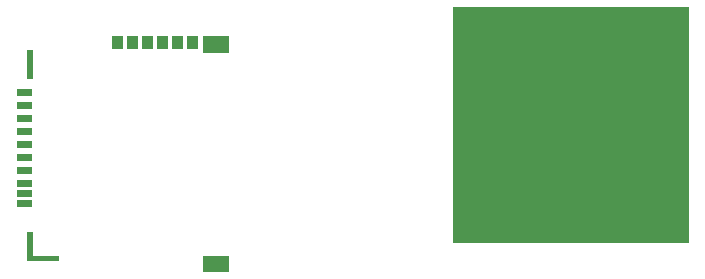
<source format=gbr>
G04 start of page 2 for group 0 idx 0 *
G04 Title: (unknown), component *
G04 Creator: pcb 20110918 *
G04 CreationDate: Fri Oct 19 22:00:06 2012 UTC *
G04 For: fosse *
G04 Format: Gerber/RS-274X *
G04 PCB-Dimensions: 600000 500000 *
G04 PCB-Coordinate-Origin: lower left *
%MOIN*%
%FSLAX25Y25*%
%LNTOP*%
%ADD11C,0.0001*%
G54D11*G36*
X140551Y363800D02*Y368091D01*
X144095D01*
Y363800D01*
X140551D01*
G37*
G36*
X145551D02*Y368091D01*
X149095D01*
Y363800D01*
X145551D01*
G37*
G36*
X150551D02*Y368091D01*
X154095D01*
Y363800D01*
X150551D01*
G37*
G36*
X113779Y337481D02*Y335119D01*
X108661D01*
Y337481D01*
X113779D01*
G37*
G36*
Y341812D02*Y339449D01*
X108661D01*
Y341812D01*
X113779D01*
G37*
G36*
Y346142D02*Y343780D01*
X108661D01*
Y346142D01*
X113779D01*
G37*
G36*
Y350473D02*Y348111D01*
X108661D01*
Y350473D01*
X113779D01*
G37*
G36*
X114173Y353740D02*X112204D01*
Y363583D01*
X114173D01*
Y353740D01*
G37*
G36*
X155551Y363800D02*Y368091D01*
X159095D01*
Y363800D01*
X155551D01*
G37*
G36*
X160551D02*Y368091D01*
X164095D01*
Y363800D01*
X160551D01*
G37*
G36*
X165551D02*Y368091D01*
X169095D01*
Y363800D01*
X165551D01*
G37*
G36*
X170689Y365578D02*Y368111D01*
X179351D01*
Y362599D01*
X170689D01*
Y365578D01*
G37*
G36*
X253937Y377953D02*X332677D01*
Y299213D01*
X253937D01*
Y377953D01*
G37*
G36*
X113779Y313465D02*Y311103D01*
X108661D01*
Y313465D01*
X113779D01*
G37*
G36*
X112204Y302756D02*X114173D01*
Y294882D01*
X122638D01*
Y293110D01*
X112204D01*
Y302756D01*
G37*
G36*
X113779Y316812D02*Y314449D01*
X108661D01*
Y316812D01*
X113779D01*
G37*
G36*
Y320158D02*Y317796D01*
X108661D01*
Y320158D01*
X113779D01*
G37*
G36*
Y324489D02*Y322127D01*
X108661D01*
Y324489D01*
X113779D01*
G37*
G36*
Y328819D02*Y326457D01*
X108661D01*
Y328819D01*
X113779D01*
G37*
G36*
Y333150D02*Y330788D01*
X108661D01*
Y333150D01*
X113779D01*
G37*
G36*
X179351Y291968D02*Y289371D01*
X170689D01*
Y294882D01*
X179351D01*
Y291968D01*
G37*
M02*

</source>
